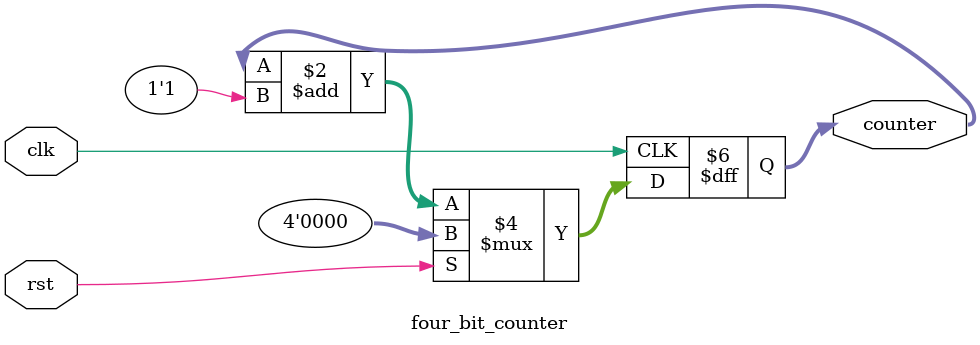
<source format=v>
module four_bit_counter(clk, rst, counter);
	input clk, rst;
	output reg [3:0] counter;

	always @(posedge clk) begin
		if(rst) begin
			counter <= 4'b0000;
		end
		else begin 
			counter <= counter + 1'b1;
		end
	end
endmodule
</source>
